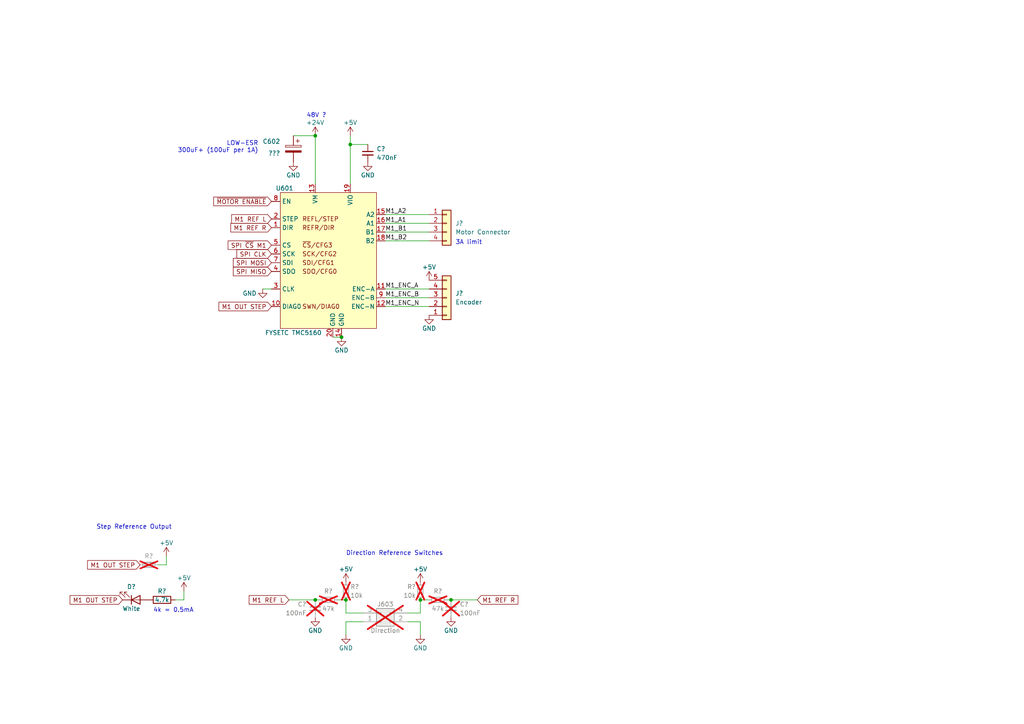
<source format=kicad_sch>
(kicad_sch (version 20230121) (generator eeschema)
  (paper "A4")
  (title_block (title "CAN 3D Printer (4 Motor) - Motor 1") (rev "1") (company "Abit Gray"))
  (lib_symbols
    (symbol "Connector_Generic:Conn_01x04" (pin_names (offset 1.016) hide)
      (property "Reference" "J" (at 0 5.08 0))
      (property "Value" "Conn_01x04" (at 0 -7.62 0))
      (symbol "Conn_01x04_1_1"
        (rectangle (start -1.27 -4.953) (end 0 -5.207) (stroke (width 0.1524)))
        (rectangle (start -1.27 -2.413) (end 0 -2.667) (stroke (width 0.1524)))
        (rectangle (start -1.27 0.127) (end 0 -0.127) (stroke (width 0.1524)))
        (rectangle (start -1.27 2.667) (end 0 2.413) (stroke (width 0.1524)))
        (rectangle (start -1.27 3.81) (end 1.27 -6.35) (stroke (width 0.254)) (fill (type background)))
        (pin passive line (at -5.08 2.54 0) (length 3.81) (name "Pin_1") (number "1"))
        (pin passive line (at -5.08 0 0) (length 3.81) (name "Pin_2") (number "2"))
        (pin passive line (at -5.08 -2.54 0) (length 3.81) (name "Pin_3") (number "3"))
        (pin passive line (at -5.08 -5.08 0) (length 3.81) (name "Pin_4") (number "4"))
      )
    )
    (symbol "Connector_Generic:Conn_01x05" (pin_names (offset 1.016) hide)
      (property "Reference" "J" (at 0 7.62 0))
      (property "Value" "Conn_01x05" (at 0 -7.62 0))
      (symbol "Conn_01x05_1_1"
        (rectangle (start -1.27 -4.953) (end 0 -5.207) (stroke (width 0.1524)))
        (rectangle (start -1.27 -2.413) (end 0 -2.667) (stroke (width 0.1524)))
        (rectangle (start -1.27 0.127) (end 0 -0.127) (stroke (width 0.1524)))
        (rectangle (start -1.27 2.667) (end 0 2.413) (stroke (width 0.1524)))
        (rectangle (start -1.27 5.207) (end 0 4.953) (stroke (width 0.1524)))
        (rectangle (start -1.27 6.35) (end 1.27 -6.35) (stroke (width 0.254)) (fill (type background)))
        (pin passive line (at -5.08 5.08 0) (length 3.81) (name "Pin_1") (number "1"))
        (pin passive line (at -5.08 2.54 0) (length 3.81) (name "Pin_2") (number "2"))
        (pin passive line (at -5.08 0 0) (length 3.81) (name "Pin_3") (number "3"))
        (pin passive line (at -5.08 -2.54 0) (length 3.81) (name "Pin_4") (number "4"))
        (pin passive line (at -5.08 -5.08 0) (length 3.81) (name "Pin_5") (number "5"))
      )
    )
    (symbol "Connector_Generic:Conn_02x02_Odd_Even" (pin_names (offset 1.016) hide)
      (property "Reference" "J" (at 1.27 2.54 0))
      (property "Value" "Conn_02x02_Odd_Even" (at 1.27 -5.08 0))
      (symbol "Conn_02x02_Odd_Even_1_1"
        (rectangle (start -1.27 -2.413) (end 0 -2.667) (stroke (width 0.1524)))
        (rectangle (start -1.27 0.127) (end 0 -0.127) (stroke (width 0.1524)))
        (rectangle (start -1.27 1.27) (end 3.81 -3.81) (stroke (width 0.254)) (fill (type background)))
        (rectangle (start 3.81 -2.413) (end 2.54 -2.667) (stroke (width 0.1524)))
        (rectangle (start 3.81 0.127) (end 2.54 -0.127) (stroke (width 0.1524)))
        (pin passive line (at -5.08 0 0) (length 3.81) (name "Pin_1") (number "1"))
        (pin passive line (at 7.62 0 180) (length 3.81) (name "Pin_2") (number "2"))
        (pin passive line (at -5.08 -2.54 0) (length 3.81) (name "Pin_3") (number "3"))
        (pin passive line (at 7.62 -2.54 180) (length 3.81) (name "Pin_4") (number "4"))
      )
    )
    (symbol "Custom:FYSETC_TMC5160"
      (property "Reference" "U" (at -13.97 6.35 0))
      (property "Value" "FYSETC TMC5160" (at -11.43 -35.56 0))
      (symbol "FYSETC_TMC5160_0_0"
        (pin unspecified line (at -17.78 -5.08 0) (length 2.54) (name "DIR") (number "1"))
        (pin unspecified line (at -17.78 -27.94 0) (length 2.54) (name "DIAG0") (number "10"))
        (pin input line (at 15.24 -22.86 180) (length 2.54) (name "ENC-A") (number "11"))
        (pin input line (at 15.24 -27.94 180) (length 2.54) (name "ENC-N") (number "12"))
        (pin power_in line (at -5.08 7.62 270) (length 2.54) (name "VM") (number "13"))
        (pin power_in line (at 2.54 -36.83 90) (length 2.54) (name "GND") (number "14"))
        (pin power_out line (at 15.24 -1.27 180) (length 2.54) (name "A2") (number "15"))
        (pin power_out line (at 15.24 -3.81 180) (length 2.54) (name "A1") (number "16"))
        (pin power_out line (at 15.24 -6.35 180) (length 2.54) (name "B1") (number "17"))
        (pin power_out line (at 15.24 -8.89 180) (length 2.54) (name "B2") (number "18"))
        (pin power_in line (at 5.08 7.62 270) (length 2.54) (name "VIO") (number "19"))
        (pin unspecified line (at -17.78 -2.54 0) (length 2.54) (name "STEP") (number "2"))
        (pin power_in line (at 0 -36.83 90) (length 2.54) (name "GND") (number "20"))
        (pin input line (at -17.78 -22.86 0) (length 2.54) (name "CLK") (number "3"))
        (pin output line (at -17.78 -17.78 0) (length 2.54) (name "SDO") (number "4"))
        (pin input line (at -17.78 -10.16 0) (length 2.54) (name "CS") (number "5"))
        (pin unspecified line (at -17.78 -12.7 0) (length 2.54) (name "SCK") (number "6"))
        (pin input line (at -17.78 -15.24 0) (length 2.54) (name "SDI") (number "7"))
        (pin input line (at -17.78 2.54 0) (length 2.54) (name "EN") (number "8"))
        (pin input line (at 15.24 -25.4 180) (length 2.54) (name "ENC-B") (number "9"))
      )
      (symbol "FYSETC_TMC5160_1_1"
        (rectangle (start -15.24 5.08) (end 12.7 -34.29) (fill (type background)))
        (text "REFL/STEP" (at -8.89 -2.54 0) (effects (font (size 1.27 1.27)) (justify left)))
        (text "REFR/DIR" (at -8.89 -5.08 0) (effects (font (size 1.27 1.27)) (justify left)))
        (text "SCK/CFG2" (at -8.89 -12.7 0) (effects (font (size 1.27 1.27)) (justify left)))
        (text "SDI/CFG1" (at -8.89 -15.24 0) (effects (font (size 1.27 1.27)) (justify left)))
        (text "SDO/CFG0" (at -8.89 -17.78 0) (effects (font (size 1.27 1.27)) (justify left)))
        (text "SWN/DIAG0" (at -8.89 -27.94 0) (effects (font (size 1.27 1.27)) (justify left)))
        (text "~{CS}/CFG3" (at -8.89 -10.16 0) (effects (font (size 1.27 1.27)) (justify left)))
      )
    )
    (symbol "Device:C_Polarized" (pin_numbers hide) (pin_names (offset 0.254))
      (property "Reference" "C" (at 0.635 2.54 0))
      (property "Value" "C_Polarized" (at 0.635 -2.54 0))
      (symbol "C_Polarized_0_1"
        (rectangle (start -2.286 0.508) (end 2.286 1.016))
        (polyline (pts (xy -1.778 2.286) (xy -0.762 2.286)))
        (polyline (pts (xy -1.27 2.794) (xy -1.27 1.778)))
        (rectangle (start 2.286 -0.508) (end -2.286 -1.016) (fill (type outline)))
      )
      (symbol "C_Polarized_1_1"
        (pin passive line (at 0 3.81 270) (length 2.794) (name "~") (number "1"))
        (pin passive line (at 0 -3.81 90) (length 2.794) (name "~") (number "2"))
      )
    )
    (symbol "Device:C_Small" (pin_numbers hide) (pin_names (offset 0.254) hide)
      (property "Reference" "C" (at 0.254 1.778 0))
      (property "Value" "C_Small" (at 0.254 -2.032 0))
      (symbol "C_Small_0_1"
        (polyline (pts (xy -1.524 -0.508) (xy 1.524 -0.508)) (stroke (width 0.3302)))
        (polyline (pts (xy -1.524 0.508) (xy 1.524 0.508)) (stroke (width 0.3048)))
      )
      (symbol "C_Small_1_1"
        (pin passive line (at 0 2.54 270) (length 2.032) (name "~") (number "1"))
        (pin passive line (at 0 -2.54 90) (length 2.032) (name "~") (number "2"))
      )
    )
    (symbol "Device:LED" (pin_numbers hide) (pin_names (offset 1.016) hide)
      (property "Reference" "D" (at 0 2.54 0))
      (property "Value" "LED" (at 0 -2.54 0))
      (symbol "LED_0_1"
        (polyline (pts (xy -1.27 -1.27) (xy -1.27 1.27)) (stroke (width 0.254)))
        (polyline (pts (xy -1.27 0) (xy 1.27 0)))
        (polyline (pts (xy 1.27 -1.27) (xy 1.27 1.27) (xy -1.27 0) (xy 1.27 -1.27)) (stroke (width 0.254)))
        (polyline (pts (xy -3.048 -0.762) (xy -4.572 -2.286) (xy -3.81 -2.286) (xy -4.572 -2.286) (xy -4.572 -1.524)))
        (polyline (pts (xy -1.778 -0.762) (xy -3.302 -2.286) (xy -2.54 -2.286) (xy -3.302 -2.286) (xy -3.302 -1.524)))
      )
      (symbol "LED_1_1"
        (pin passive line (at -3.81 0 0) (length 2.54) (name "K") (number "1"))
        (pin passive line (at 3.81 0 180) (length 2.54) (name "A") (number "2"))
      )
    )
    (symbol "Device:R" (pin_numbers hide) (pin_names (offset 0))
      (property "Reference" "R" (at 2.032 0 90))
      (property "Value" "R" (at 0 0 90))
      (symbol "R_0_1"
        (rectangle (start -1.016 -2.54) (end 1.016 2.54) (stroke (width 0.254)))
      )
      (symbol "R_1_1"
        (pin passive line (at 0 3.81 270) (length 1.27) (name "~") (number "1"))
        (pin passive line (at 0 -3.81 90) (length 1.27) (name "~") (number "2"))
      )
    )
    (symbol "Device:R_Small" (pin_numbers hide) (pin_names (offset 0.254) hide)
      (property "Reference" "R" (at 0.762 0.508 0))
      (property "Value" "R_Small" (at 0.762 -1.016 0))
      (symbol "R_Small_0_1"
        (rectangle (start -0.762 1.778) (end 0.762 -1.778) (stroke (width 0.2032)))
      )
      (symbol "R_Small_1_1"
        (pin passive line (at 0 2.54 270) (length 0.762) (name "~") (number "1"))
        (pin passive line (at 0 -2.54 90) (length 0.762) (name "~") (number "2"))
      )
    )
    (symbol "power:+24V" (power) (pin_names (offset 0))
      (property "Value" "+24V" (at 0 3.556 0))
      (symbol "+24V_0_1"
        (polyline (pts (xy -0.762 1.27) (xy 0 2.54)))
        (polyline (pts (xy 0 0) (xy 0 2.54)))
        (polyline (pts (xy 0 2.54) (xy 0.762 1.27)))
      )
      (symbol "+24V_1_1"
        (pin power_in line (at 0 0 90) (length 0) hide (name "+24V") (number "1"))
      )
    )
    (symbol "power:+5V" (power) (pin_names (offset 0))
      (property "Value" "+5V" (at 0 3.556 0))
      (symbol "+5V_0_1"
        (polyline (pts (xy -0.762 1.27) (xy 0 2.54)))
        (polyline (pts (xy 0 0) (xy 0 2.54)))
        (polyline (pts (xy 0 2.54) (xy 0.762 1.27)))
      )
      (symbol "+5V_1_1"
        (pin power_in line (at 0 0 90) (length 0) hide (name "+5V") (number "1"))
      )
    )
    (symbol "power:GND" (power) (pin_names (offset 0))
      (property "Value" "GND" (at 0 -3.81 0))
      (symbol "GND_0_1"
        (polyline (pts (xy 0 0) (xy 0 -1.27) (xy 1.27 -1.27) (xy 0 -2.54) (xy -1.27 -1.27) (xy 0 -1.27)))
      )
      (symbol "GND_1_1"
        (pin power_in line (at 0 0 270) (length 0) hide (name "GND") (number "1"))
      )
    )
  )
  (junction (at 121.92 173.99))
  (junction (at 130.81 173.99))
  (junction (at 91.44 173.99))
  (junction (at 100.33 173.99))
  (junction (at 99.06 97.79))
  (junction (at 101.6 41.91))
  (junction (at 91.44 39.37))
  (wire (pts (xy 118.11 180.34) (xy 121.92 180.34)))
  (wire (pts (xy 138.43 173.99) (xy 130.81 173.99)))
  (wire (pts (xy 91.44 39.37) (xy 91.44 53.34)))
  (wire (pts (xy 121.92 180.34) (xy 121.92 184.15)))
  (wire (pts (xy 111.76 64.77) (xy 124.46 64.77)))
  (wire (pts (xy 111.76 83.82) (xy 124.46 83.82)))
  (wire (pts (xy 100.33 177.8) (xy 100.33 173.99)))
  (wire (pts (xy 96.52 97.79) (xy 99.06 97.79)))
  (wire (pts (xy 91.44 173.99) (xy 92.71 173.99)))
  (wire (pts (xy 53.34 171.45) (xy 53.34 173.99)))
  (wire (pts (xy 111.76 88.9) (xy 124.46 88.9)))
  (wire (pts (xy 83.82 173.99) (xy 91.44 173.99)))
  (wire (pts (xy 48.26 161.29) (xy 48.26 163.83)))
  (wire (pts (xy 111.76 67.31) (xy 124.46 67.31)))
  (wire (pts (xy 111.76 69.85) (xy 124.46 69.85)))
  (wire (pts (xy 100.33 180.34) (xy 105.41 180.34)))
  (wire (pts (xy 124.46 173.99) (xy 121.92 173.99)))
  (wire (pts (xy 111.76 62.23) (xy 124.46 62.23)))
  (wire (pts (xy 121.92 177.8) (xy 121.92 173.99)))
  (wire (pts (xy 105.41 177.8) (xy 100.33 177.8)))
  (wire (pts (xy 76.2 83.82) (xy 78.74 83.82)))
  (wire (pts (xy 48.26 163.83) (xy 45.72 163.83)))
  (wire (pts (xy 118.11 177.8) (xy 121.92 177.8)))
  (wire (pts (xy 100.33 184.15) (xy 100.33 180.34)))
  (wire (pts (xy 101.6 41.91) (xy 101.6 53.34)))
  (wire (pts (xy 85.09 39.37) (xy 91.44 39.37)))
  (wire (pts (xy 97.79 173.99) (xy 100.33 173.99)))
  (wire (pts (xy 111.76 86.36) (xy 124.46 86.36)))
  (wire (pts (xy 101.6 41.91) (xy 106.68 41.91)))
  (wire (pts (xy 130.81 173.99) (xy 129.54 173.99)))
  (wire (pts (xy 101.6 39.37) (xy 101.6 41.91)))
  (wire (pts (xy 53.34 173.99) (xy 50.8 173.99)))
  (text "48V ?" (at 88.9 34.29 0) (effects (font (size 1.27 1.27)) (justify left bottom)))
  (text "Step Reference Output" (at 27.94 153.67 0) (effects (font (size 1.27 1.27)) (justify left bottom)))
  (text "LOW-ESR\n300uF+ (100uF per 1A)" (at 74.93 44.45 0) (effects (font (size 1.27 1.27)) (justify right bottom)))
  (text "Direction Reference Switches" (at 100.33 161.29 0) (effects (font (size 1.27 1.27)) (justify left bottom)))
  (text "3A limit" (at 132.08 71.12 0) (effects (font (size 1.27 1.27)) (justify left bottom)))
  (text "4k = 0.5mA" (at 44.45 177.8 0) (effects (font (size 1.27 1.27)) (justify left bottom)))
  (label "M1_A2" (at 111.76 62.23 0))
  (label "M1_ENC_B" (at 111.76 86.36 0))
  (label "M1_ENC_N" (at 111.76 88.9 0))
  (label "M1_B1" (at 111.76 67.31 0))
  (label "M1_A1" (at 111.76 64.77 0))
  (label "M1_B2" (at 111.76 69.85 0))
  (label "M1_ENC_A" (at 111.76 83.82 0))
  (global_label "M1 OUT STEP" (shape input) (at 35.56 173.99 180) (property "Intersheetrefs" "${INTERSHEET_REFS}" (effects hide)))
  (global_label "M1 REF L" (shape input) (at 83.82 173.99 180) (property "Intersheetrefs" "${INTERSHEET_REFS}" (effects hide)))
  (global_label "M1 REF R" (shape input) (at 78.74 66.04 180) (property "Intersheetrefs" "${INTERSHEET_REFS}" (effects hide)))
  (global_label "~{MOTOR ENABLE}" (shape input) (at 78.74 58.42 180) (property "Intersheetrefs" "${INTERSHEET_REFS}" (effects hide)))
  (global_label "SPI MOSI" (shape input) (at 78.74 76.2 180) (property "Intersheetrefs" "${INTERSHEET_REFS}" (effects hide)))
  (global_label "SPI MISO" (shape input) (at 78.74 78.74 180) (property "Intersheetrefs" "${INTERSHEET_REFS}" (effects hide)))
  (global_label "M1 OUT STEP" (shape input) (at 78.74 88.9 180) (property "Intersheetrefs" "${INTERSHEET_REFS}" (effects hide)))
  (global_label "SPI ~{CS} M1" (shape input) (at 78.74 71.12 180) (property "Intersheetrefs" "${INTERSHEET_REFS}" (effects hide)))
  (global_label "M1 REF R" (shape input) (at 138.43 173.99 0) (property "Intersheetrefs" "${INTERSHEET_REFS}" (effects hide)))
  (global_label "M1 OUT STEP" (shape input) (at 40.64 163.83 180) (property "Intersheetrefs" "${INTERSHEET_REFS}" (effects hide)))
  (global_label "M1 REF L" (shape input) (at 78.74 63.5 180) (property "Intersheetrefs" "${INTERSHEET_REFS}" (effects hide)))
  (global_label "SPI CLK" (shape input) (at 78.74 73.66 180) (property "Intersheetrefs" "${INTERSHEET_REFS}" (effects hide)))
  (symbol (lib_id "Device:R_Small") (at 95.25 173.99 90) (unit 1) (dnp yes)
    (property "Reference" "R?" (at 95.25 171.45 90))
    (property "Value" "47k" (at 95.25 176.53 90))
    (property "Footprint" "Resistor_SMD:R_0603_1608Metric" (effects hide))
    (property "LCSC" "C25819" (effects hide))
    (property "Mouser" "660-RK73H1JTTD4702F" (effects hide))
    (instances (project "Can3DPrinter4Motor" (path "" (reference "R?") (unit 1)) (path "" (reference "R612") (unit 1)) (path "" (reference "R?") (unit 1)) (path "" (reference "R?") (unit 1)) (path "" (reference "R?") (unit 1))))
  )
  (symbol (lib_id "power:GND") (at 130.81 179.07 0) (mirror y) (unit 1)
    (property "Reference" "#PWR?" (effects hide))
    (property "Value" "GND" (at 130.81 182.88 0))
    (instances (project "Can3DPrinter4Motor" (path "" (reference "#PWR?") (unit 1)) (path "" (reference "#PWR0622") (unit 1)) (path "" (reference "#PWR0716") (unit 1)) (path "" (reference "#PWR0816") (unit 1)) (path "" (reference "#PWR0916") (unit 1))))
  )
  (symbol (lib_id "power:+5V") (at 53.34 171.45 0) (unit 1)
    (property "Reference" "#PWR0601" (effects hide))
    (property "Value" "+5V" (at 53.34 167.64 0))
    (instances (project "Can3DPrinter4Motor" (path "" (reference "#PWR0601") (unit 1)) (path "" (reference "#PWR0726") (unit 1)) (path "" (reference "#PWR0826") (unit 1)) (path "" (reference "#PWR0926") (unit 1))))
  )
  (symbol (lib_id "power:+5V") (at 124.46 81.28 0) (unit 1)
    (property "Reference" "#PWR0626" (effects hide))
    (property "Value" "+5V" (at 124.46 77.47 0))
    (instances (project "Can3DPrinter4Motor" (path "" (reference "#PWR0626") (unit 1)) (path "" (reference "#PWR0726") (unit 1)) (path "" (reference "#PWR0826") (unit 1)) (path "" (reference "#PWR0926") (unit 1))))
  )
  (symbol (lib_id "power:+5V") (at 100.33 168.91 0) (unit 1)
    (property "Reference" "#PWR0619" (effects hide))
    (property "Value" "+5V" (at 100.33 165.1 0))
    (instances (project "Can3DPrinter4Motor" (path "" (reference "#PWR0619") (unit 1)) (path "" (reference "#PWR0726") (unit 1)) (path "" (reference "#PWR0826") (unit 1)) (path "" (reference "#PWR0926") (unit 1))))
  )
  (symbol (lib_id "Device:C_Small") (at 91.44 176.53 0) (mirror y) (unit 1) (dnp yes)
    (property "Reference" "C?" (at 88.9 175.2663 0) (effects (justify left)))
    (property "Value" "100nF" (at 88.9 177.8063 0) (effects (justify left)))
    (property "Footprint" "Capacitor_SMD:C_0402_1005Metric" (effects hide))
    (property "LCSC" "C60474" (effects hide))
    (instances (project "Can3DPrinter4Motor" (path "" (reference "C?") (unit 1)) (path "" (reference "C611") (unit 1)) (path "" (reference "C?") (unit 1)) (path "" (reference "C?") (unit 1)) (path "" (reference "C?") (unit 1))))
  )
  (symbol (lib_id "power:GND") (at 99.06 97.79 0) (unit 1)
    (property "Reference" "#PWR?" (effects hide))
    (property "Value" "GND" (at 99.06 101.6 0))
    (instances (project "Can3DPrinter4Motor" (path "" (reference "#PWR?") (unit 1)) (path "" (reference "#PWR0628") (unit 1)) (path "" (reference "#PWR0708") (unit 1)) (path "" (reference "#PWR0808") (unit 1)) (path "" (reference "#PWR0908") (unit 1))))
  )
  (symbol (lib_id "Custom:FYSETC_TMC5160") (at 96.52 60.96 0) (unit 1)
    (property "Reference" "U601" (at 82.55 54.61 0))
    (property "Value" "FYSETC TMC5160" (at 85.09 96.52 0))
    (property "Footprint" "Custom:FYSETC TMC5160" (effects hide))
    (property "Datasheet" "https://www.aliexpress.com/item/1005004054476007.html" (effects hide))
    (property "LCSC" "-" (effects hide))
    (property "Mouser" "-" (effects hide))
  )
  (symbol (lib_id "Device:R_Small") (at 100.33 171.45 0) (mirror x) (unit 1) (dnp yes)
    (property "Reference" "R?" (at 101.6 170.18 0) (effects (justify left)))
    (property "Value" "10k" (at 101.6 172.72 0) (effects (justify left)))
    (property "Footprint" "Resistor_SMD:R_0603_1608Metric" (effects hide))
    (property "LCSC" "C25804" (effects hide))
    (property "Mouser" "603-AC0603FR-1010KL" (effects hide))
    (instances (project "Can3DPrinter4Motor" (path "" (reference "R?") (unit 1)) (path "" (reference "R611") (unit 1)) (path "" (reference "R?") (unit 1)) (path "" (reference "R?") (unit 1)) (path "" (reference "R?") (unit 1))))
  )
  (symbol (lib_id "power:GND") (at 124.46 91.44 0) (unit 1)
    (property "Reference" "#PWR?" (effects hide))
    (property "Value" "GND" (at 124.46 95.25 0))
    (instances (project "Can3DPrinter4Motor" (path "" (reference "#PWR?") (unit 1)) (path "" (reference "#PWR0627") (unit 1)) (path "" (reference "#PWR0727") (unit 1)) (path "" (reference "#PWR0827") (unit 1)) (path "" (reference "#PWR0927") (unit 1))))
  )
  (symbol (lib_id "Connector_Generic:Conn_01x04") (at 129.54 64.77 0) (unit 1)
    (property "Reference" "J?" (at 132.08 64.77 0) (effects (justify left)))
    (property "Value" "Motor Connector" (at 132.08 67.31 0) (effects (justify left)))
    (property "Footprint" "Connector_JST:JST_XH_B4B-XH-A_1x04_P2.50mm_Vertical" (effects hide))
    (property "LCSC" "C594232" (effects hide))
    (instances (project "Can3DPrinter4Motor" (path "" (reference "J?") (unit 1)) (path "" (reference "J601") (unit 1)) (path "" (reference "J?") (unit 1)) (path "" (reference "J?") (unit 1)) (path "" (reference "J?") (unit 1))))
  )
  (symbol (lib_id "Connector_Generic:Conn_01x05") (at 129.54 86.36 0) (mirror x) (unit 1)
    (property "Reference" "J?" (at 132.08 85.09 0) (effects (justify left)))
    (property "Value" "Encoder" (at 132.08 87.63 0) (effects (justify left)))
    (property "Footprint" "Connector_JST:JST_XH_B5B-XH-A_1x05_P2.50mm_Vertical" (effects hide))
    (property "LCSC" "C5306531" (effects hide))
    (instances (project "Can3DPrinter4Motor" (path "" (reference "J?") (unit 1)) (path "" (reference "J602") (unit 1)) (path "" (reference "J?") (unit 1)) (path "" (reference "J?") (unit 1)) (path "" (reference "J?") (unit 1))))
  )
  (symbol (lib_id "Device:C_Polarized") (at 85.09 43.18 0) (mirror y) (unit 1)
    (property "Reference" "C602" (at 81.28 41.021 0) (effects (justify left)))
    (property "Value" "???" (at 81.28 44.45 0) (effects (justify left)))
    (instances (project "Can3DPrinter4Motor" (path "" (reference "C602") (unit 1)) (path "" (reference "C?") (unit 1)) (path "" (reference "C?") (unit 1)) (path "" (reference "C?") (unit 1))))
  )
  (symbol (lib_id "power:GND") (at 85.09 46.99 0) (mirror y) (unit 1)
    (property "Reference" "#PWR?" (effects hide))
    (property "Value" "GND" (at 85.09 50.8 0))
    (instances (project "Can3DPrinter4Motor" (path "" (reference "#PWR?") (unit 1)) (path "" (reference "#PWR0631") (unit 1)) (path "" (reference "#PWR0731") (unit 1)) (path "" (reference "#PWR0831") (unit 1)) (path "" (reference "#PWR0931") (unit 1))))
  )
  (symbol (lib_id "power:+5V") (at 121.92 168.91 0) (mirror y) (unit 1)
    (property "Reference" "#PWR0623" (effects hide))
    (property "Value" "+5V" (at 121.92 165.1 0))
    (instances (project "Can3DPrinter4Motor" (path "" (reference "#PWR0623") (unit 1)) (path "" (reference "#PWR0726") (unit 1)) (path "" (reference "#PWR0826") (unit 1)) (path "" (reference "#PWR0926") (unit 1))))
  )
  (symbol (lib_id "power:+5V") (at 48.26 161.29 0) (unit 1)
    (property "Reference" "#PWR0618" (effects hide))
    (property "Value" "+5V" (at 48.26 157.48 0))
    (instances (project "Can3DPrinter4Motor" (path "" (reference "#PWR0618") (unit 1)) (path "" (reference "#PWR0726") (unit 1)) (path "" (reference "#PWR0826") (unit 1)) (path "" (reference "#PWR0926") (unit 1))))
  )
  (symbol (lib_id "power:GND") (at 121.92 184.15 0) (mirror y) (unit 1)
    (property "Reference" "#PWR?" (effects hide))
    (property "Value" "GND" (at 121.92 187.96 0))
    (instances (project "Can3DPrinter4Motor" (path "" (reference "#PWR?") (unit 1)) (path "" (reference "#PWR0624") (unit 1)) (path "" (reference "#PWR0720") (unit 1)) (path "" (reference "#PWR0820") (unit 1)) (path "" (reference "#PWR0920") (unit 1))))
  )
  (symbol (lib_id "power:+5V") (at 101.6 39.37 0) (unit 1)
    (property "Reference" "#PWR0634" (effects hide))
    (property "Value" "+5V" (at 101.6 35.56 0))
    (instances (project "Can3DPrinter4Motor" (path "" (reference "#PWR0634") (unit 1)) (path "" (reference "#PWR0726") (unit 1)) (path "" (reference "#PWR0826") (unit 1)) (path "" (reference "#PWR0926") (unit 1))))
  )
  (symbol (lib_id "power:GND") (at 100.33 184.15 0) (unit 1)
    (property "Reference" "#PWR?" (effects hide))
    (property "Value" "GND" (at 100.33 187.96 0))
    (instances (project "Can3DPrinter4Motor" (path "" (reference "#PWR?") (unit 1)) (path "" (reference "#PWR0620") (unit 1)) (path "" (reference "#PWR0712") (unit 1)) (path "" (reference "#PWR0812") (unit 1)) (path "" (reference "#PWR0912") (unit 1))))
  )
  (symbol (lib_id "power:GND") (at 76.2 83.82 0) (unit 1)
    (property "Reference" "#PWR?" (effects hide))
    (property "Value" "GND" (at 72.39 85.09 0))
    (instances (project "Can3DPrinter4Motor" (path "" (reference "#PWR?") (unit 1)) (path "" (reference "#PWR0636") (unit 1)) (path "" (reference "#PWR0706") (unit 1)) (path "" (reference "#PWR0806") (unit 1)) (path "" (reference "#PWR0906") (unit 1))))
  )
  (symbol (lib_id "Device:C_Small") (at 130.81 176.53 0) (unit 1) (dnp yes)
    (property "Reference" "C?" (at 133.35 175.2663 0) (effects (justify left)))
    (property "Value" "100nF" (at 133.35 177.8063 0) (effects (justify left)))
    (property "Footprint" "Capacitor_SMD:C_0402_1005Metric" (effects hide))
    (property "LCSC" "C60474" (effects hide))
    (instances (project "Can3DPrinter4Motor" (path "" (reference "C?") (unit 1)) (path "" (reference "C612") (unit 1)) (path "" (reference "C?") (unit 1)) (path "" (reference "C?") (unit 1)) (path "" (reference "C?") (unit 1))))
  )
  (symbol (lib_id "Device:R_Small") (at 43.18 163.83 90) (unit 1) (dnp yes)
    (property "Reference" "R?" (at 43.18 161.29 90))
    (property "Value" "47k" (at 43.18 163.83 90))
    (property "Footprint" "Resistor_SMD:R_0603_1608Metric" (effects hide))
    (property "LCSC" "C25819" (effects hide))
    (property "Mouser" "660-RK73H1JTTD4702F" (effects hide))
    (instances (project "Can3DPrinter4Motor" (path "" (reference "R?") (unit 1)) (path "" (reference "R601") (unit 1)) (path "" (reference "R?") (unit 1)) (path "" (reference "R?") (unit 1)) (path "" (reference "R?") (unit 1))))
  )
  (symbol (lib_id "Connector_Generic:Conn_02x02_Odd_Even") (at 110.49 180.34 0) (mirror x) (unit 1) (dnp yes)
    (property "Reference" "J603" (at 111.76 175.26 0))
    (property "Value" "Direction" (at 111.76 182.88 0))
    (property "Footprint" "Connector_PinHeader_2.54mm:PinHeader_2x02_P2.54mm_Vertical" (effects hide))
    (property "LCSC" "-" (effects hide))
    (property "Mouser" "-" (effects hide))
  )
  (symbol (lib_id "power:GND") (at 106.68 46.99 0) (unit 1)
    (property "Reference" "#PWR?" (effects hide))
    (property "Value" "GND" (at 106.68 50.8 0))
    (instances (project "Can3DPrinter4Motor" (path "" (reference "#PWR?") (unit 1)) (path "" (reference "#PWR0615") (unit 1)) (path "" (reference "#PWR0722") (unit 1)) (path "" (reference "#PWR0822") (unit 1)) (path "" (reference "#PWR0922") (unit 1))))
  )
  (symbol (lib_id "Device:C_Small") (at 106.68 44.45 0) (unit 1)
    (property "Reference" "C?" (at 109.22 43.1863 0) (effects (justify left)))
    (property "Value" "470nF" (at 109.22 45.7263 0) (effects (justify left)))
    (property "Footprint" "Capacitor_SMD:C_0603_1608Metric" (effects hide))
    (property "LCSC" "C1623" (effects hide))
    (instances (project "Can3DPrinter4Motor" (path "" (reference "C?") (unit 1)) (path "" (reference "C601") (unit 1)) (path "" (reference "C?") (unit 1)) (path "" (reference "C?") (unit 1)) (path "" (reference "C?") (unit 1))))
  )
  (symbol (lib_id "Device:LED") (at 39.37 173.99 0) (mirror x) (unit 1) (in_bom no)
    (property "Reference" "D?" (at 38.1 170.18 0))
    (property "Value" "White" (at 38.1 176.53 0))
    (property "Footprint" "LED_SMD:LED_0402_1005Metric" (effects hide))
    (property "Mouser" "720-LWQH8G-Q2S2-3K5L" (effects hide))
    (property "LCSC" "C434448" (effects hide))
    (instances (project "Head" (path "" (reference "D?") (unit 1))) (project "Can3DPrinter4Motor" (path "" (reference "D104") (unit 1)) (path "" (reference "D?") (unit 1)) (path "" (reference "D?") (unit 1)) (path "" (reference "D601") (unit 1))))
  )
  (symbol (lib_id "Device:R_Small") (at 127 173.99 270) (mirror x) (unit 1) (dnp yes)
    (property "Reference" "R?" (at 127 171.45 90))
    (property "Value" "47k" (at 127 176.53 90))
    (property "Footprint" "Resistor_SMD:R_0603_1608Metric" (effects hide))
    (property "LCSC" "C25819" (effects hide))
    (property "Mouser" "660-RK73H1JTTD4702F" (effects hide))
    (instances (project "Can3DPrinter4Motor" (path "" (reference "R?") (unit 1)) (path "" (reference "R614") (unit 1)) (path "" (reference "R?") (unit 1)) (path "" (reference "R?") (unit 1)) (path "" (reference "R?") (unit 1))))
  )
  (symbol (lib_id "Device:R_Small") (at 121.92 171.45 180) (unit 1) (dnp yes)
    (property "Reference" "R?" (at 120.65 170.18 0) (effects (justify left)))
    (property "Value" "10k" (at 120.65 172.72 0) (effects (justify left)))
    (property "Footprint" "Resistor_SMD:R_0603_1608Metric" (effects hide))
    (property "LCSC" "C25804" (effects hide))
    (property "Mouser" "603-AC0603FR-1010KL" (effects hide))
    (instances (project "Can3DPrinter4Motor" (path "" (reference "R?") (unit 1)) (path "" (reference "R613") (unit 1)) (path "" (reference "R?") (unit 1)) (path "" (reference "R?") (unit 1)) (path "" (reference "R?") (unit 1))))
  )
  (symbol (lib_id "power:+24V") (at 91.44 39.37 0) (unit 1)
    (property "Reference" "#PWR?" (effects hide))
    (property "Value" "+24V" (at 91.44 35.56 0))
    (instances (project "Can3DPrinter4Motor" (path "" (reference "#PWR?") (unit 1)) (path "" (reference "#PWR0635") (unit 1)) (path "" (reference "#PWR0705") (unit 1)) (path "" (reference "#PWR0805") (unit 1)) (path "" (reference "#PWR0905") (unit 1))))
  )
  (symbol (lib_id "Device:R") (at 46.99 173.99 90) (unit 1)
    (property "Reference" "R?" (at 46.99 171.45 90))
    (property "Value" "4.7k" (at 46.99 173.99 90))
    (property "Footprint" "Resistor_SMD:R_0603_1608Metric" (effects hide))
    (property "LCSC" "C23162" (effects hide))
    (instances (project "Head" (path "" (reference "R?") (unit 1))) (project "Can3DPrinter4Motor" (path "" (reference "R104") (unit 1)) (path "" (reference "R?") (unit 1)) (path "" (reference "R?") (unit 1)) (path "" (reference "R602") (unit 1))))
  )
  (symbol (lib_id "power:GND") (at 91.44 179.07 0) (unit 1)
    (property "Reference" "#PWR?" (effects hide))
    (property "Value" "GND" (at 91.44 182.88 0))
    (instances (project "Can3DPrinter4Motor" (path "" (reference "#PWR?") (unit 1)) (path "" (reference "#PWR0621") (unit 1)) (path "" (reference "#PWR0709") (unit 1)) (path "" (reference "#PWR0809") (unit 1)) (path "" (reference "#PWR0909") (unit 1))))
  )
)
</source>
